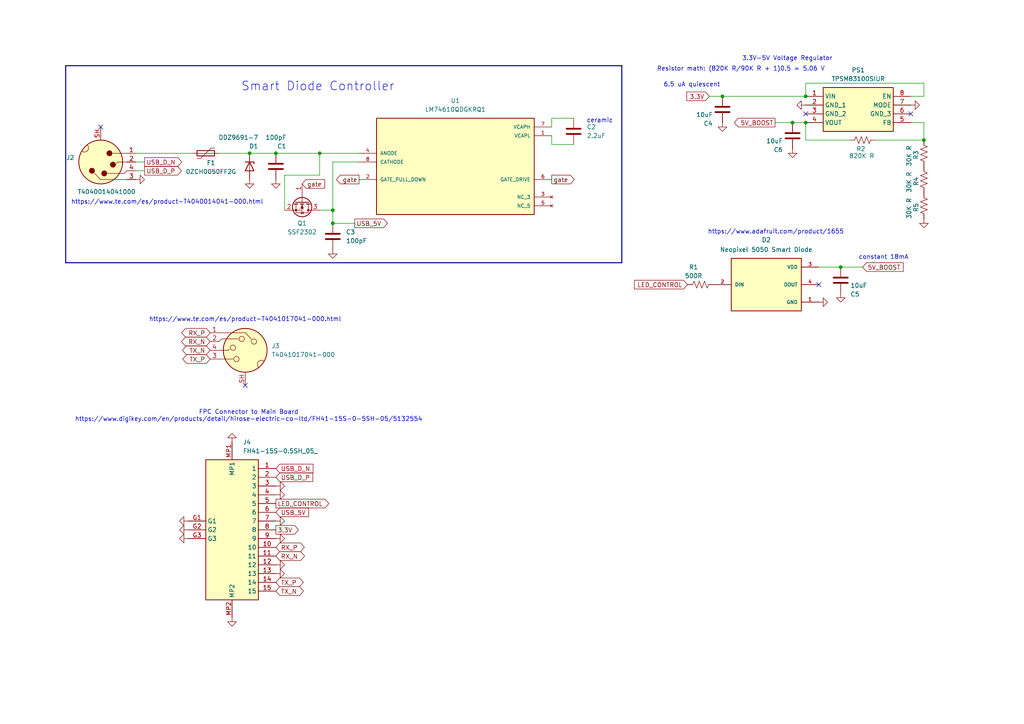
<source format=kicad_sch>
(kicad_sch (version 20250114) (generator "eeschema") (generator_version "9.0")
  (paper "A4")
  (lib_symbols
    (symbol "1426:Neopixel 5050 Smart Diode" (pin_names (offset 1.016))
      (property "Reference" "D" (at -10.16 8.382 0))
      (property "Value" "Neopixel 5050 Smart Diode" (at -10.16 -10.16 0))
      (symbol "Neopixel 5050 Smart Diode_0_0"
        (rectangle (start -10.16 7.62) (end 10.16 -7.62) (stroke (width 0.254)) (fill (type background)))
        (pin input line (at -15.24 0 0) (length 5.08) (name "DIN") (number "2"))
        (pin power_in line (at 15.24 5.08 180) (length 5.08) (name "VDD") (number "3"))
        (pin power_in line (at 15.24 -5.08 180) (length 5.08) (name "GND") (number "1"))
      )
      (symbol "Neopixel 5050 Smart Diode_1_0"
        (pin output line (at 15.24 0 180) (length 5.08) (name "DOUT") (number "4"))
      )
    )
    (symbol "2026-02-06_01-22-38:TPSM83100SIUR"
      (property "Reference" "PS" (at 26.67 7.62 0))
      (property "Value" "TPSM83100SIUR" (at 26.67 5.08 0))
      (symbol "TPSM83100SIUR_1_1"
        (rectangle (start 5.08 2.54) (end 25.4 -10.16) (stroke (width 0.254)) (fill (type background)))
        (pin passive line (at 0 0 0) (length 5.08) (name "VIN") (number "1"))
        (pin passive line (at 0 -2.54 0) (length 5.08) (name "GND_1") (number "2"))
        (pin passive line (at 0 -5.08 0) (length 5.08) (name "GND_2") (number "3"))
        (pin passive line (at 0 -7.62 0) (length 5.08) (name "VOUT") (number "4"))
        (pin passive line (at 30.48 0 180) (length 5.08) (name "EN") (number "8"))
        (pin passive line (at 30.48 -2.54 180) (length 5.08) (name "MODE") (number "7"))
        (pin passive line (at 30.48 -5.08 180) (length 5.08) (name "GND_3") (number "6"))
        (pin passive line (at 30.48 -7.62 180) (length 5.08) (name "FB") (number "5"))
      )
    )
    (symbol "Connector:IEC61076-2_M8_A-coding_01x04_Plug_Shielded"
      (property "Reference" "J" (at 0 7.62 0))
      (property "Value" "IEC61076-2_M8_A-coding_01x04_Plug_Shielded" (at 0 -7.62 0))
      (symbol "IEC61076-2_M8_A-coding_01x04_Plug_Shielded_0_1"
        (polyline (pts (xy -7.62 0) (xy -4.953 0) (xy -4.572 0.381)))
        (polyline (pts (xy -7.62 -2.54) (xy -3.556 -2.54)))
        (circle (center -3.556 0.762) (radius 0.762) (fill (type outline)))
        (circle (center -2.54 -2.54) (radius 0.762) (fill (type outline)))
        (polyline (pts (xy -2.032 3.302) (xy -6.858 3.302) (xy -7.62 2.54)))
        (circle (center -1.016 3.302) (radius 0.762) (fill (type outline)))
        (polyline (pts (xy 0 5.08) (xy -7.62 5.08)))
        (polyline (pts (xy 0 5.08) (xy 1.778 3.302)))
        (circle (center 0 0) (radius 6.35) (stroke (width 0.254)) (fill (type background)))
        (circle (center 2.54 2.54) (radius 0.762) (fill (type outline)))
        (arc (start 3.937 -4.953) (mid 3.819 -3.3063) (end 5.461 -3.175))
      )
      (symbol "IEC61076-2_M8_A-coding_01x04_Plug_Shielded_1_1"
        (pin passive line (at -10.16 5.08 0) (length 2.54) (name "~") (number "3"))
        (pin passive line (at -10.16 2.54 0) (length 2.54) (name "~") (number "4"))
        (pin passive line (at -10.16 0 0) (length 2.54) (name "~") (number "2"))
        (pin passive line (at -10.16 -2.54 0) (length 2.54) (name "~") (number "1"))
        (pin passive line (at 0 -10.16 90) (length 3.81) (name "~") (number "SH"))
      )
    )
    (symbol "Connector:IEC61076-2_M8_A-coding_01x04_Receptacle_Shielded"
      (property "Reference" "J" (at 0 7.62 0))
      (property "Value" "IEC61076-2_M8_A-coding_01x04_Receptacle_Shielded" (at 0 -7.874 0))
      (symbol "IEC61076-2_M8_A-coding_01x04_Receptacle_Shielded_0_1"
        (polyline (pts (xy -7.62 0) (xy -4.953 0) (xy -4.572 0.381)))
        (polyline (pts (xy -7.62 -2.54) (xy -3.556 -2.54)))
        (circle (center -3.556 0.762) (radius 0.762))
        (circle (center -2.54 -2.54) (radius 0.762))
        (polyline (pts (xy -2.032 3.302) (xy -6.858 3.302) (xy -7.62 2.54)))
        (circle (center -1.016 3.302) (radius 0.762))
        (polyline (pts (xy 0 5.08) (xy -7.62 5.08)))
        (polyline (pts (xy 0 5.08) (xy 1.778 3.302)))
        (circle (center 0 0) (radius 6.35) (stroke (width 0.254)) (fill (type background)))
        (circle (center 2.54 2.54) (radius 0.762))
        (arc (start 3.937 -4.953) (mid 3.819 -3.3063) (end 5.461 -3.175))
      )
      (symbol "IEC61076-2_M8_A-coding_01x04_Receptacle_Shielded_1_1"
        (pin passive line (at -10.16 5.08 0) (length 2.54) (name "~") (number "1"))
        (pin passive line (at -10.16 2.54 0) (length 2.54) (name "~") (number "2"))
        (pin passive line (at -10.16 0 0) (length 2.54) (name "~") (number "4"))
        (pin passive line (at -10.16 -2.54 0) (length 2.54) (name "~") (number "3"))
        (pin passive line (at 0 -10.16 90) (length 3.81) (name "~") (number "SH"))
      )
    )
    (symbol "Device:C" (pin_numbers (hide yes)) (pin_names (offset 0.254))
      (property "Reference" "C" (at 0.635 2.54 0))
      (property "Value" "C" (at 0.635 -2.54 0))
      (symbol "C_0_1"
        (polyline (pts (xy -2.032 0.762) (xy 2.032 0.762)) (stroke (width 0.508)))
        (polyline (pts (xy -2.032 -0.762) (xy 2.032 -0.762)) (stroke (width 0.508)))
      )
      (symbol "C_1_1"
        (pin passive line (at 0 3.81 270) (length 2.794) (name "~") (number "1"))
        (pin passive line (at 0 -3.81 90) (length 2.794) (name "~") (number "2"))
      )
    )
    (symbol "Device:Polyfuse" (pin_numbers (hide yes)) (pin_names (offset 0))
      (property "Reference" "F" (at -2.54 0 90))
      (property "Value" "Polyfuse" (at 2.54 0 90))
      (symbol "Polyfuse_0_1"
        (polyline (pts (xy -1.524 2.54) (xy -1.524 1.524) (xy 1.524 -1.524) (xy 1.524 -2.54)))
        (rectangle (start -0.762 2.54) (end 0.762 -2.54) (stroke (width 0.254)))
        (polyline (pts (xy 0 2.54) (xy 0 -2.54)))
      )
      (symbol "Polyfuse_1_1"
        (pin passive line (at 0 3.81 270) (length 1.27) (name "~") (number "1"))
        (pin passive line (at 0 -3.81 90) (length 1.27) (name "~") (number "2"))
      )
    )
    (symbol "Device:R_US" (pin_numbers (hide yes)) (pin_names (offset 0))
      (property "Reference" "R" (at 2.54 0 90))
      (property "Value" "R_US" (at -2.54 0 90))
      (symbol "R_US_0_1"
        (polyline (pts (xy 0 2.286) (xy 0 2.54)))
        (polyline (pts (xy 0 2.286) (xy 1.016 1.905) (xy 0 1.524) (xy -1.016 1.143) (xy 0 0.762)))
        (polyline (pts (xy 0 0.762) (xy 1.016 0.381) (xy 0 0) (xy -1.016 -0.381) (xy 0 -0.762)))
        (polyline (pts (xy 0 -0.762) (xy 1.016 -1.143) (xy 0 -1.524) (xy -1.016 -1.905) (xy 0 -2.286)))
        (polyline (pts (xy 0 -2.286) (xy 0 -2.54)))
      )
      (symbol "R_US_1_1"
        (pin passive line (at 0 3.81 270) (length 1.27) (name "~") (number "1"))
        (pin passive line (at 0 -3.81 90) (length 1.27) (name "~") (number "2"))
      )
    )
    (symbol "Diode:1N47xxA" (pin_numbers (hide yes)) (pin_names (hide yes))
      (property "Reference" "D" (at 0 2.54 0))
      (property "Value" "1N47xxA" (at 0 -2.54 0))
      (symbol "1N47xxA_0_1"
        (polyline (pts (xy -1.27 -1.27) (xy -1.27 1.27) (xy -0.762 1.27)) (stroke (width 0.254)))
        (polyline (pts (xy 1.27 0) (xy -1.27 0)))
        (polyline (pts (xy 1.27 -1.27) (xy 1.27 1.27) (xy -1.27 0) (xy 1.27 -1.27)) (stroke (width 0.254)))
      )
      (symbol "1N47xxA_1_1"
        (pin passive line (at -3.81 0 0) (length 2.54) (name "K") (number "1"))
        (pin passive line (at 3.81 0 180) (length 2.54) (name "A") (number "2"))
      )
    )
    (symbol "FH41-15S-0_5SH_05_:FH41-15S-0.5SH_05_"
      (property "Reference" "J" (at 46.99 12.7 0))
      (property "Value" "FH41-15S-0.5SH_05_" (at 46.99 10.16 0))
      (symbol "FH41-15S-0.5SH_05__1_1"
        (rectangle (start 5.08 7.62) (end 45.72 -7.62) (stroke (width 0.254)) (fill (type background)))
        (pin passive line (at 0 0 0) (length 5.08) (name "MP1") (number "MP1"))
        (pin passive line (at 7.62 12.7 270) (length 5.08) (name "1") (number "1"))
        (pin passive line (at 10.16 12.7 270) (length 5.08) (name "2") (number "2"))
        (pin passive line (at 12.7 12.7 270) (length 5.08) (name "3") (number "3"))
        (pin passive line (at 15.24 12.7 270) (length 5.08) (name "4") (number "4"))
        (pin passive line (at 17.78 12.7 270) (length 5.08) (name "5") (number "5"))
        (pin passive line (at 20.32 12.7 270) (length 5.08) (name "6") (number "6"))
        (pin passive line (at 22.86 12.7 270) (length 5.08) (name "7") (number "7"))
        (pin passive line (at 22.86 -12.7 90) (length 5.08) (name "G1") (number "G1"))
        (pin passive line (at 25.4 12.7 270) (length 5.08) (name "8") (number "8"))
        (pin passive line (at 25.4 -12.7 90) (length 5.08) (name "G2") (number "G2"))
        (pin passive line (at 27.94 12.7 270) (length 5.08) (name "9") (number "9"))
        (pin passive line (at 27.94 -12.7 90) (length 5.08) (name "G3") (number "G3"))
        (pin passive line (at 30.48 12.7 270) (length 5.08) (name "10") (number "10"))
        (pin passive line (at 33.02 12.7 270) (length 5.08) (name "11") (number "11"))
        (pin passive line (at 35.56 12.7 270) (length 5.08) (name "12") (number "12"))
        (pin passive line (at 38.1 12.7 270) (length 5.08) (name "13") (number "13"))
        (pin passive line (at 40.64 12.7 270) (length 5.08) (name "14") (number "14"))
        (pin passive line (at 43.18 12.7 270) (length 5.08) (name "15") (number "15"))
        (pin passive line (at 50.8 0 180) (length 5.08) (name "MP2") (number "MP2"))
      )
    )
    (symbol "LM74610QDGKRQ1:LM74610QDGKRQ1" (pin_names (offset 1.016))
      (property "Reference" "U" (at -22.86 13.97 0))
      (property "Value" "LM74610QDGKRQ1" (at -22.86 -16.51 0))
      (symbol "LM74610QDGKRQ1_0_0"
        (rectangle (start -22.86 -15.24) (end 22.86 12.7) (stroke (width 0.254)) (fill (type background)))
        (pin bidirectional line (at -27.94 2.54 0) (length 5.08) (name "ANODE") (number "4"))
        (pin bidirectional line (at -27.94 0 0) (length 5.08) (name "CATHODE") (number "8"))
        (pin bidirectional line (at -27.94 -5.08 0) (length 5.08) (name "GATE_PULL_DOWN") (number "2"))
        (pin output line (at 27.94 10.16 180) (length 5.08) (name "VCAPH") (number "7"))
        (pin output line (at 27.94 7.62 180) (length 5.08) (name "VCAPL") (number "1"))
        (pin output line (at 27.94 -5.08 180) (length 5.08) (name "GATE_DRIVE") (number "6"))
        (pin no_connect line (at 27.94 -10.16 180) (length 5.08) (name "NC_3") (number "3"))
        (pin no_connect line (at 27.94 -12.7 180) (length 5.08) (name "NC_5") (number "5"))
      )
    )
    (symbol "Transistor_FET:2N7002K" (pin_names (offset 0) (hide yes))
      (property "Reference" "Q" (at 5.08 1.905 0))
      (property "Value" "2N7002K" (at 5.08 0 0))
      (symbol "2N7002K_0_1"
        (polyline (pts (xy 0.254 1.905) (xy 0.254 -1.905)) (stroke (width 0.254)))
        (polyline (pts (xy 0.254 0) (xy -2.54 0)))
        (polyline (pts (xy 0.762 2.286) (xy 0.762 1.27)) (stroke (width 0.254)))
        (polyline (pts (xy 0.762 0.508) (xy 0.762 -0.508)) (stroke (width 0.254)))
        (polyline (pts (xy 0.762 -1.27) (xy 0.762 -2.286)) (stroke (width 0.254)))
        (polyline (pts (xy 0.762 -1.778) (xy 3.302 -1.778) (xy 3.302 1.778) (xy 0.762 1.778)))
        (polyline (pts (xy 1.016 0) (xy 2.032 0.381) (xy 2.032 -0.381) (xy 1.016 0)) (fill (type outline)))
        (circle (center 1.651 0) (radius 2.794) (stroke (width 0.254)))
        (polyline (pts (xy 2.54 2.54) (xy 2.54 1.778)))
        (circle (center 2.54 1.778) (radius 0.254) (fill (type outline)))
        (circle (center 2.54 -1.778) (radius 0.254) (fill (type outline)))
        (polyline (pts (xy 2.54 -2.54) (xy 2.54 0) (xy 0.762 0)))
        (polyline (pts (xy 2.921 0.381) (xy 3.683 0.381)))
        (polyline (pts (xy 3.302 0.381) (xy 2.921 -0.254) (xy 3.683 -0.254) (xy 3.302 0.381)))
      )
      (symbol "2N7002K_1_1"
        (pin input line (at -5.08 0 0) (length 2.54) (name "G") (number "1"))
        (pin passive line (at 2.54 5.08 270) (length 2.54) (name "D") (number "3"))
        (pin passive line (at 2.54 -5.08 90) (length 2.54) (name "S") (number "2"))
      )
    )
    (symbol "power:GND" (power) (pin_numbers (hide yes)) (pin_names (offset 0) (hide yes))
      (property "Value" "GND" (at 0 -3.81 0))
      (symbol "GND_0_1"
        (polyline (pts (xy 0 0) (xy 0 -1.27) (xy 1.27 -1.27) (xy 0 -2.54) (xy -1.27 -1.27) (xy 0 -1.27)))
      )
      (symbol "GND_1_1"
        (pin power_in line (at 0 0 270) (length 0) (name "~") (number "1"))
      )
    )
  )
  (text "constant 18mA" (at 256.286 74.676 0) (effects (font (size 1.27 1.27))))
  (text "3.3V-5V Voltage Regulator" (at 228.346 17.018 0) (effects (font (size 1.27 1.27))))
  (text "FPC Connector to Main Board\nhttps://www.digikey.com/en/products/detail/hirose-electric-co-ltd/FH41-15S-0-5SH-05/5132554" (at 72.136 120.65 0) (effects (font (size 1.27 1.27))))
  (text "Resistor math: (820K R/90K R + 1)0.5 = 5.06 V" (at 214.884 20.066 0) (effects (font (size 1.27 1.27))))
  (text "https://www.te.com/es/product-T4041017041-000.html" (at 71.12 92.71 0) (effects (font (size 1.27 1.27))))
  (text "https://www.adafruit.com/product/1655" (at 225.044 67.31 0) (effects (font (size 1.27 1.27))))
  (text "ceramic" (at 173.99 35.052 0) (effects (font (size 1.27 1.27))))
  (text "Smart Diode Controller" (at 92.202 25.146 0) (effects (font (size 2.54 2.54))))
  (text "6.5 uA quiescent" (at 200.66 24.638 0) (effects (font (size 1.27 1.27))))
  (text "https://www.te.com/es/product-T4040014041-000.html" (at 48.514 58.674 0) (effects (font (size 1.27 1.27))))
  (junction (at 96.52 64.77))
  (junction (at 233.68 35.56))
  (junction (at 209.55 27.94))
  (junction (at 92.71 44.45))
  (junction (at 72.39 44.45))
  (junction (at 267.97 40.64))
  (junction (at 243.84 77.47))
  (junction (at 229.87 35.56))
  (junction (at 80.01 44.45))
  (junction (at 96.52 60.96))
  (junction (at 233.68 27.94))
  (no_connect (at 237.49 82.55))
  (no_connect (at 71.12 111.76))
  (no_connect (at 264.16 33.02))
  (no_connect (at 233.68 33.02))
  (no_connect (at 29.21 36.83))
  (wire (pts (xy 96.52 46.99) (xy 96.52 60.96)))
  (wire (pts (xy 92.71 44.45) (xy 104.14 44.45)))
  (wire (pts (xy 39.37 49.53) (xy 41.91 49.53)))
  (wire (pts (xy 205.74 27.94) (xy 209.55 27.94)))
  (wire (pts (xy 160.02 39.37) (xy 160.02 41.91)))
  (wire (pts (xy 80.01 44.45) (xy 92.71 44.45)))
  (wire (pts (xy 92.71 44.45) (xy 92.71 50.8)))
  (wire (pts (xy 72.39 44.45) (xy 80.01 44.45)))
  (wire (pts (xy 96.52 60.96) (xy 96.52 64.77)))
  (wire (pts (xy 267.97 27.94) (xy 267.97 24.13)))
  (wire (pts (xy 224.79 35.56) (xy 229.87 35.56)))
  (wire (pts (xy 267.97 35.56) (xy 267.97 40.64)))
  (wire (pts (xy 160.02 41.91) (xy 166.37 41.91)))
  (wire (pts (xy 243.84 77.47) (xy 237.49 77.47)))
  (wire (pts (xy 233.68 24.13) (xy 233.68 27.94)))
  (wire (pts (xy 267.97 35.56) (xy 264.16 35.56)))
  (wire (pts (xy 39.37 46.99) (xy 41.91 46.99)))
  (wire (pts (xy 92.71 50.8) (xy 82.55 50.8)))
  (wire (pts (xy 39.37 44.45) (xy 55.88 44.45)))
  (wire (pts (xy 209.55 27.94) (xy 233.68 27.94)))
  (wire (pts (xy 267.97 24.13) (xy 233.68 24.13)))
  (wire (pts (xy 233.68 40.64) (xy 246.38 40.64)))
  (wire (pts (xy 82.55 50.8) (xy 82.55 60.96)))
  (bus (pts (xy 180.34 19.05) (xy 19.05 19.05)))
  (bus (pts (xy 180.34 19.05) (xy 180.34 76.2)))
  (wire (pts (xy 229.87 35.56) (xy 233.68 35.56)))
  (wire (pts (xy 160.02 34.29) (xy 166.37 34.29)))
  (wire (pts (xy 104.14 46.99) (xy 96.52 46.99)))
  (bus (pts (xy 19.05 76.2) (xy 180.34 76.2)))
  (wire (pts (xy 96.52 60.96) (xy 92.71 60.96)))
  (wire (pts (xy 264.16 27.94) (xy 267.97 27.94)))
  (wire (pts (xy 254 40.64) (xy 267.97 40.64)))
  (wire (pts (xy 233.68 35.56) (xy 233.68 40.64)))
  (bus (pts (xy 19.05 19.05) (xy 19.05 76.2)))
  (wire (pts (xy 96.52 64.77) (xy 102.87 64.77)))
  (wire (pts (xy 63.5 44.45) (xy 72.39 44.45)))
  (wire (pts (xy 250.19 77.47) (xy 243.84 77.47)))
  (wire (pts (xy 160.02 36.83) (xy 160.02 34.29)))
  (global_label "3.3V" (shape output) (at 80.01 153.67 0) (property "Intersheetrefs" "${INTERSHEET_REFS}" (effects (hide yes))))
  (global_label "TX_N" (shape bidirectional) (at 80.01 171.45 0) (property "Intersheetrefs" "${INTERSHEET_REFS}" (effects (hide yes))))
  (global_label "LED_CONTROL" (shape output) (at 80.01 146.05 0) (property "Intersheetrefs" "${INTERSHEET_REFS}" (effects (hide yes))))
  (global_label "RX_P" (shape bidirectional) (at 60.96 96.52 180) (property "Intersheetrefs" "${INTERSHEET_REFS}" (effects (hide yes))))
  (global_label "TX_N" (shape bidirectional) (at 60.96 101.6 180) (property "Intersheetrefs" "${INTERSHEET_REFS}" (effects (hide yes))))
  (global_label "gate" (shape input) (at 87.63 53.34 0) (property "Intersheetrefs" "${INTERSHEET_REFS}" (effects (hide yes))))
  (global_label "USB_D_N" (shape input) (at 80.01 135.89 0) (property "Intersheetrefs" "${INTERSHEET_REFS}" (effects (hide yes))))
  (global_label "5V_BOOST" (shape output) (at 224.79 35.56 180) (property "Intersheetrefs" "${INTERSHEET_REFS}" (effects (hide yes))))
  (global_label "USB_D_N" (shape output) (at 41.91 46.99 0) (property "Intersheetrefs" "${INTERSHEET_REFS}" (effects (hide yes))))
  (global_label "gate" (shape output) (at 160.02 52.07 0) (property "Intersheetrefs" "${INTERSHEET_REFS}" (effects (hide yes))))
  (global_label "RX_P" (shape bidirectional) (at 80.01 158.75 0) (property "Intersheetrefs" "${INTERSHEET_REFS}" (effects (hide yes))))
  (global_label "USB_D_P" (shape input) (at 80.01 138.43 0) (property "Intersheetrefs" "${INTERSHEET_REFS}" (effects (hide yes))))
  (global_label "RX_N" (shape bidirectional) (at 60.96 99.06 180) (property "Intersheetrefs" "${INTERSHEET_REFS}" (effects (hide yes))))
  (global_label "RX_N" (shape bidirectional) (at 80.01 161.29 0) (property "Intersheetrefs" "${INTERSHEET_REFS}" (effects (hide yes))))
  (global_label "TX_P" (shape bidirectional) (at 80.01 168.91 0) (property "Intersheetrefs" "${INTERSHEET_REFS}" (effects (hide yes))))
  (global_label "USB_5V" (shape output) (at 102.87 64.77 0) (property "Intersheetrefs" "${INTERSHEET_REFS}" (effects (hide yes))))
  (global_label "3.3V" (shape input) (at 205.74 27.94 180) (property "Intersheetrefs" "${INTERSHEET_REFS}" (effects (hide yes))))
  (global_label "USB_D_P" (shape output) (at 41.91 49.53 0) (property "Intersheetrefs" "${INTERSHEET_REFS}" (effects (hide yes))))
  (global_label "gate" (shape output) (at 104.14 52.07 180) (property "Intersheetrefs" "${INTERSHEET_REFS}" (effects (hide yes))))
  (global_label "5V_BOOST" (shape input) (at 250.19 77.47 0) (property "Intersheetrefs" "${INTERSHEET_REFS}" (effects (hide yes))))
  (global_label "LED_CONTROL" (shape input) (at 199.39 82.55 180) (property "Intersheetrefs" "${INTERSHEET_REFS}" (effects (hide yes))))
  (global_label "TX_P" (shape bidirectional) (at 60.96 104.14 180) (property "Intersheetrefs" "${INTERSHEET_REFS}" (effects (hide yes))))
  (global_label "USB_5V" (shape input) (at 80.01 148.59 0) (property "Intersheetrefs" "${INTERSHEET_REFS}" (effects (hide yes))))
  (symbol (lib_id "power:GND") (at 54.61 153.67 270) (unit 1)
    (property "Reference" "#PWR022" (effects (hide yes)))
    (property "Value" "GND" (effects (hide yes)))
    (property "Description" "Power symbol creates a global label with name \"GND\" , ground" (effects (hide yes)))
  )
  (symbol (lib_id "power:GND") (at 267.97 63.5 0) (unit 1)
    (property "Reference" "#PWR012" (effects (hide yes)))
    (property "Value" "GND" (effects (hide yes)))
    (property "Description" "Power symbol creates a global label with name \"GND\" , ground" (effects (hide yes)))
  )
  (symbol (lib_id "Device:R_US") (at 250.19 40.64 270) (unit 1)
    (property "Reference" "R2" (at 249.682 43.18 90))
    (property "Value" "820K R" (at 249.936 45.212 90))
    (property "Footprint" "22XT_Main_Peripheral:RESC3116X65N (820K)" (effects (hide yes)))
    (property "Description" "Resistor, US symbol" (effects (hide yes)))
  )
  (symbol (lib_id "power:GND") (at 80.01 52.07 0) (unit 1)
    (property "Reference" "#PWR03" (effects (hide yes)))
    (property "Value" "GND" (effects (hide yes)))
    (property "Description" "Power symbol creates a global label with name \"GND\" , ground" (effects (hide yes)))
  )
  (symbol (lib_id "power:GND") (at 96.52 72.39 0) (unit 1)
    (property "Reference" "#PWR04" (effects (hide yes)))
    (property "Value" "GND" (effects (hide yes)))
    (property "Description" "Power symbol creates a global label with name \"GND\" , ground" (effects (hide yes)))
  )
  (symbol (lib_id "Device:C") (at 229.87 39.37 0) (unit 1)
    (property "Reference" "C6" (at 227.076 43.434 0) (effects (justify right)))
    (property "Value" "10uF" (at 227.076 40.894 0) (effects (justify right)))
    (property "Footprint" "Capacitor_SMD:C_0603_1608Metric" (effects (hide yes)))
    (property "Description" "Unpolarized capacitor" (effects (hide yes)))
  )
  (symbol (lib_id "power:GND") (at 229.87 43.18 0) (unit 1)
    (property "Reference" "#PWR09" (effects (hide yes)))
    (property "Value" "GND" (effects (hide yes)))
    (property "Description" "Power symbol creates a global label with name \"GND\" , ground" (effects (hide yes)))
  )
  (symbol (lib_id "Diode:1N47xxA") (at 72.39 48.26 270) (unit 1)
    (property "Reference" "D1" (at 74.93 42.418 90) (effects (justify right)))
    (property "Value" "DDZ9691-7" (at 74.93 39.878 90) (effects (justify right)))
    (property "Footprint" "22XT_Main_Peripheral:DDZ9691Q-7" (effects (hide yes)))
    (property "Datasheet" "https://www.vishay.com/docs/85816/1n4728a.pdf" (effects (hide yes)))
    (property "Description" "1300mW Silicon planar power Zener diodes, DO-41" (effects (hide yes)))
  )
  (symbol (lib_id "FH41-15S-0_5SH_05_:FH41-15S-0.5SH_05_") (at 67.31 128.27 270) (unit 1)
    (property "Reference" "J4" (at 70.4281 128.27 90) (effects (justify left)))
    (property "Value" "FH41-15S-0.5SH_05_" (at 70.4281 130.81 90) (effects (justify left)))
    (property "Footprint" "22XT_Main_Peripheral:FH4115S05SH05" (effects (hide yes)))
    (property "Description" "FFC & FPC Connectors CONN FFC 15POS .5MM" (effects (hide yes)))
    (property "Height" "4.7" (effects (hide yes)))
    (property "Mouser Part Number" "798-FH4115S05SH05" (effects (hide yes)))
    (property "Mouser Price/Stock" "https://www.mouser.co.uk/ProductDetail/Hirose-Connector/FH41-15S-0.5SH05?qs=iyLo5FA4poAbmy%252Bfc1yfKw%3D%3D" (effects (hide yes)))
    (property "Manufacturer_Name" "Hirose" (effects (hide yes)))
    (property "Manufacturer_Part_Number" "FH41-15S-0.5SH(05)" (effects (hide yes)))
  )
  (symbol (lib_id "Device:C") (at 80.01 48.26 180) (unit 1)
    (property "Reference" "C1" (at 83.058 42.418 0) (effects (justify left)))
    (property "Value" "100pF" (at 83.058 39.878 0) (effects (justify left)))
    (property "Footprint" "Capacitor_SMD:C_0402_1005Metric" (effects (hide yes)))
    (property "Description" "Unpolarized capacitor" (effects (hide yes)))
  )
  (symbol (lib_id "power:GND") (at 72.39 52.07 0) (unit 1)
    (property "Reference" "#PWR02" (effects (hide yes)))
    (property "Value" "GND" (effects (hide yes)))
    (property "Description" "Power symbol creates a global label with name \"GND\" , ground" (effects (hide yes)))
  )
  (symbol (lib_id "power:GND") (at 237.49 87.63 90) (unit 1)
    (property "Reference" "#PWR07" (effects (hide yes)))
    (property "Value" "GND" (effects (hide yes)))
    (property "Description" "Power symbol creates a global label with name \"GND\" , ground" (effects (hide yes)))
  )
  (symbol (lib_id "Connector:IEC61076-2_M8_A-coding_01x04_Plug_Shielded") (at 29.21 46.99 180) (unit 1)
    (property "Reference" "J2" (at 21.59 45.7199 0) (effects (justify left)))
    (property "Value" "T4040014041000" (at 39.37 55.626 0) (effects (justify left)))
    (property "Footprint" "22XT_Main_Peripheral:T4040014041000" (effects (hide yes)))
    (property "Description" "IEC 61076-2 4 ways shielded M8 A-coding plug connector" (effects (hide yes)))
  )
  (symbol (lib_id "power:GND") (at 54.61 156.21 270) (unit 1)
    (property "Reference" "#PWR010" (effects (hide yes)))
    (property "Value" "GND" (effects (hide yes)))
    (property "Description" "Power symbol creates a global label with name \"GND\" , ground" (effects (hide yes)))
  )
  (symbol (lib_id "power:GND") (at 243.84 85.09 0) (mirror y) (unit 1)
    (property "Reference" "#PWR08" (effects (hide yes)))
    (property "Value" "GND" (effects (hide yes)))
    (property "Description" "Power symbol creates a global label with name \"GND\" , ground" (effects (hide yes)))
  )
  (symbol (lib_id "power:GND") (at 209.55 35.56 0) (unit 1)
    (property "Reference" "#PWR05" (effects (hide yes)))
    (property "Value" "GND" (effects (hide yes)))
    (property "Description" "Power symbol creates a global label with name \"GND\" , ground" (effects (hide yes)))
  )
  (symbol (lib_id "LM74610QDGKRQ1:LM74610QDGKRQ1") (at 132.08 46.99 0) (unit 1)
    (property "Reference" "U1" (at 132.08 29.21 0))
    (property "Value" "LM74610QDGKRQ1" (at 132.08 31.75 0))
    (property "Footprint" "22XT_Main_Peripheral:LM74610QDGKRQ1" (effects (hide yes)))
    (property "MF" "Texas Instruments" (effects (hide yes)))
    (property "MAXIMUM_PACKAGE_HEIGHT" "1.10 mm" (effects (hide yes)))
    (property "Package" "VSSOP-8 Texas Instruments" (effects (hide yes)))
    (property "Price" "None" (effects (hide yes)))
    (property "Check_prices" "https://www.snapeda.com/parts/LM74610QDGKRQ1/Texas+Instruments/view-part/?ref=eda" (effects (hide yes)))
    (property "STANDARD" "IPC-7351B" (effects (hide yes)))
    (property "PARTREV" "B" (effects (hide yes)))
    (property "SnapEDA_Link" "https://www.snapeda.com/parts/LM74610QDGKRQ1/Texas+Instruments/view-part/?ref=snap" (effects (hide yes)))
    (property "MP" "LM74610QDGKRQ1" (effects (hide yes)))
    (property "Purchase-URL" "https://www.snapeda.com/api/url_track_click_mouser/?unipart_id=652317&manufacturer=Texas Instruments&part_name=LM74610QDGKRQ1&search_term=None" (effects (hide yes)))
    (property "Description_1" "0.48-V to 42-V, zero IQ automotive ideal diode controller" (effects (hide yes)))
    (property "Availability" "In Stock" (effects (hide yes)))
    (property "MANUFACTURER" "Texas Instruments" (effects (hide yes)))
  )
  (symbol (lib_id "power:GND") (at 39.37 52.07 90) (unit 1)
    (property "Reference" "#PWR01" (effects (hide yes)))
    (property "Value" "GND" (effects (hide yes)))
    (property "Description" "Power symbol creates a global label with name \"GND\" , ground" (effects (hide yes)))
  )
  (symbol (lib_id "power:GND") (at 54.61 151.13 270) (unit 1)
    (property "Reference" "#PWR021" (effects (hide yes)))
    (property "Value" "GND" (effects (hide yes)))
    (property "Description" "Power symbol creates a global label with name \"GND\" , ground" (effects (hide yes)))
  )
  (symbol (lib_id "power:GND") (at 80.01 166.37 90) (unit 1)
    (property "Reference" "#PWR030" (effects (hide yes)))
    (property "Value" "GND" (effects (hide yes)))
    (property "Description" "Power symbol creates a global label with name \"GND\" , ground" (effects (hide yes)))
  )
  (symbol (lib_id "power:GND") (at 264.16 30.48 90) (unit 1)
    (property "Reference" "#PWR011" (effects (hide yes)))
    (property "Value" "GND" (effects (hide yes)))
    (property "Description" "Power symbol creates a global label with name \"GND\" , ground" (effects (hide yes)))
  )
  (symbol (lib_id "Connector:IEC61076-2_M8_A-coding_01x04_Receptacle_Shielded") (at 71.12 101.6 0) (unit 1)
    (property "Reference" "J3" (at 78.74 100.3299 0) (effects (justify left)))
    (property "Value" "T4041017041-000" (at 78.74 102.8699 0) (effects (justify left)))
    (property "Footprint" "22XT_Main_Peripheral:T4041017041000" (effects (hide yes)))
    (property "Description" "IEC 61076-2 4 ways shielded M8 A-coding receptacle connector" (effects (hide yes)))
  )
  (symbol (lib_id "power:GND") (at 80.01 156.21 90) (unit 1)
    (property "Reference" "#PWR028" (effects (hide yes)))
    (property "Value" "GND" (effects (hide yes)))
    (property "Description" "Power symbol creates a global label with name \"GND\" , ground" (effects (hide yes)))
  )
  (symbol (lib_id "Transistor_FET:2N7002K") (at 87.63 58.42 270) (unit 1)
    (property "Reference" "Q1" (at 87.63 64.77 90))
    (property "Value" "SSF2302" (at 87.63 67.31 90))
    (property "Footprint" "22XT_Main_Peripheral:SSF2302" (effects (hide yes)))
    (property "Datasheet" "https://www.diodes.com/assets/Datasheets/ds30896.pdf" (effects (hide yes)))
    (property "Description" "0.38A Id, 60V Vds, N-Channel MOSFET, SOT-23" (effects (hide yes)))
  )
  (symbol (lib_id "2026-02-06_01-22-38:TPSM83100SIUR") (at 233.68 27.94 0) (unit 1)
    (property "Reference" "PS1" (at 248.92 20.32 0))
    (property "Value" "TPSM83100SIUR" (at 248.92 22.86 0))
    (property "Footprint" "22XT_Main_Peripheral:TPSM83100SIUR" (effects (hide yes)))
    (property "Datasheet" "https://www.ti.com/lit/ds/symlink/tpsm83100.pdf?ts=1747208519833&ref_url=https%253A%252F%252Fwww.ti.com%252Fproduct%252FTPSM83100%252Fpart-details%252FTPSM83100SIUR" (effects (hide yes)))
    (property "Description" "Non-Isolated PoL Module DC DC Converter 1 Output 1.2 ~ 5.5V 1.5A 1.6V - 5.5V Input" (effects (hide yes)))
    (property "Height" "1.2" (effects (hide yes)))
    (property "Mouser Part Number" "595-TPSM83100SIUR" (effects (hide yes)))
    (property "Mouser Price/Stock" "https://www.mouser.co.uk/ProductDetail/Texas-Instruments/TPSM83100SIUR?qs=17ckDYBRdembJwsYYPsw7Q%3D%3D" (effects (hide yes)))
    (property "Manufacturer_Name" "Texas Instruments" (effects (hide yes)))
    (property "Manufacturer_Part_Number" "TPSM83100SIUR" (effects (hide yes)))
  )
  (symbol (lib_id "Device:C") (at 166.37 38.1 0) (unit 1)
    (property "Reference" "C2" (at 170.18 36.8299 0) (effects (justify left)))
    (property "Value" "2.2uF" (at 170.18 39.3699 0) (effects (justify left)))
    (property "Footprint" "Capacitor_SMD:C_0402_1005Metric" (effects (hide yes)))
    (property "Description" "Unpolarized capacitor" (effects (hide yes)))
  )
  (symbol (lib_id "Device:C") (at 209.55 31.75 0) (unit 1)
    (property "Reference" "C4" (at 206.756 35.814 0) (effects (justify right)))
    (property "Value" "10uF" (at 206.756 33.274 0) (effects (justify right)))
    (property "Footprint" "Capacitor_SMD:C_0603_1608Metric" (effects (hide yes)))
    (property "Description" "Unpolarized capacitor" (effects (hide yes)))
  )
  (symbol (lib_id "power:GND") (at 80.01 140.97 90) (unit 1)
    (property "Reference" "#PWR025" (effects (hide yes)))
    (property "Value" "GND" (effects (hide yes)))
    (property "Description" "Power symbol creates a global label with name \"GND\" , ground" (effects (hide yes)))
  )
  (symbol (lib_id "Device:Polyfuse") (at 59.69 44.45 90) (unit 1)
    (property "Reference" "F1" (at 61.214 47.244 90))
    (property "Value" "0ZCH0050FF2G" (at 61.214 49.784 90))
    (property "Footprint" "22XT_Main_Peripheral:0ZCH0050FF2G" (effects (hide yes)))
    (property "Description" "Resettable fuse, polymeric positive temperature coefficient" (effects (hide yes)))
  )
  (symbol (lib_id "power:GND") (at 67.31 179.07 0) (unit 1)
    (property "Reference" "#PWR024" (effects (hide yes)))
    (property "Value" "GND" (effects (hide yes)))
    (property "Description" "Power symbol creates a global label with name \"GND\" , ground" (effects (hide yes)))
  )
  (symbol (lib_id "1426:Neopixel 5050 Smart Diode") (at 222.25 82.55 0) (unit 1)
    (property "Reference" "D2" (at 222.25 69.596 0))
    (property "Value" "Neopixel 5050 Smart Diode" (at 222.25 72.39 0))
    (property "Footprint" "22XT_Main_Peripheral:LED_5050" (effects (hide yes)))
    (property "Datasheet" "https://www.adafruit.com/product/1655" (effects (hide yes)))
  )
  (symbol (lib_id "Device:R_US") (at 267.97 59.69 180) (unit 1)
    (property "Reference" "R5" (at 265.684 60.198 90))
    (property "Value" "30K R" (at 263.652 60.452 90))
    (property "Footprint" "22XT_Main_Peripheral:RESC3116X65N (30K)" (effects (hide yes)))
    (property "Description" "Resistor, US symbol" (effects (hide yes)))
  )
  (symbol (lib_id "power:GND") (at 80.01 143.51 90) (unit 1)
    (property "Reference" "#PWR026" (effects (hide yes)))
    (property "Value" "GND" (effects (hide yes)))
    (property "Description" "Power symbol creates a global label with name \"GND\" , ground" (effects (hide yes)))
  )
  (symbol (lib_id "power:GND") (at 80.01 163.83 90) (unit 1)
    (property "Reference" "#PWR029" (effects (hide yes)))
    (property "Value" "GND" (effects (hide yes)))
    (property "Description" "Power symbol creates a global label with name \"GND\" , ground" (effects (hide yes)))
  )
  (symbol (lib_id "power:GND") (at 67.31 128.27 180) (unit 1)
    (property "Reference" "#PWR023" (effects (hide yes)))
    (property "Value" "GND" (effects (hide yes)))
    (property "Description" "Power symbol creates a global label with name \"GND\" , ground" (effects (hide yes)))
  )
  (symbol (lib_id "Device:R_US") (at 203.2 82.55 90) (unit 1)
    (property "Reference" "R1" (at 201.168 77.47 90))
    (property "Value" "500R" (at 201.168 80.01 90))
    (property "Footprint" "Resistor_SMD:R_0402_1005Metric" (effects (hide yes)))
    (property "Description" "Resistor, US symbol" (effects (hide yes)))
  )
  (symbol (lib_id "Device:C") (at 243.84 81.28 0) (mirror y) (unit 1)
    (property "Reference" "C5" (at 246.634 85.344 0) (effects (justify right)))
    (property "Value" "10uF" (at 246.634 82.804 0) (effects (justify right)))
    (property "Footprint" "Capacitor_SMD:C_0603_1608Metric" (effects (hide yes)))
    (property "Description" "Unpolarized capacitor" (effects (hide yes)))
  )
  (symbol (lib_id "Device:R_US") (at 267.97 52.07 180) (unit 1)
    (property "Reference" "R4" (at 265.684 52.578 90))
    (property "Value" "30K R" (at 263.652 52.832 90))
    (property "Footprint" "22XT_Main_Peripheral:RESC3116X65N (30K)" (effects (hide yes)))
    (property "Description" "Resistor, US symbol" (effects (hide yes)))
  )
  (symbol (lib_id "power:GND") (at 233.68 30.48 270) (unit 1)
    (property "Reference" "#PWR06" (effects (hide yes)))
    (property "Value" "GND" (effects (hide yes)))
    (property "Description" "Power symbol creates a global label with name \"GND\" , ground" (effects (hide yes)))
  )
  (symbol (lib_id "Device:R_US") (at 267.97 44.45 180) (unit 1)
    (property "Reference" "R3" (at 265.684 44.958 90))
    (property "Value" "30K R" (at 263.652 45.212 90))
    (property "Footprint" "22XT_Main_Peripheral:RESC3116X65N (30K)" (effects (hide yes)))
    (property "Description" "Resistor, US symbol" (effects (hide yes)))
  )
  (symbol (lib_id "power:GND") (at 80.01 151.13 90) (unit 1)
    (property "Reference" "#PWR027" (effects (hide yes)))
    (property "Value" "GND" (effects (hide yes)))
    (property "Description" "Power symbol creates a global label with name \"GND\" , ground" (effects (hide yes)))
  )
  (symbol (lib_id "Device:C") (at 96.52 68.58 0) (unit 1)
    (property "Reference" "C3" (at 100.33 67.3099 0) (effects (justify left)))
    (property "Value" "100pF" (at 100.33 69.8499 0) (effects (justify left)))
    (property "Footprint" "Capacitor_SMD:C_0402_1005Metric" (effects (hide yes)))
    (property "Description" "Unpolarized capacitor" (effects (hide yes)))
  )
)
</source>
